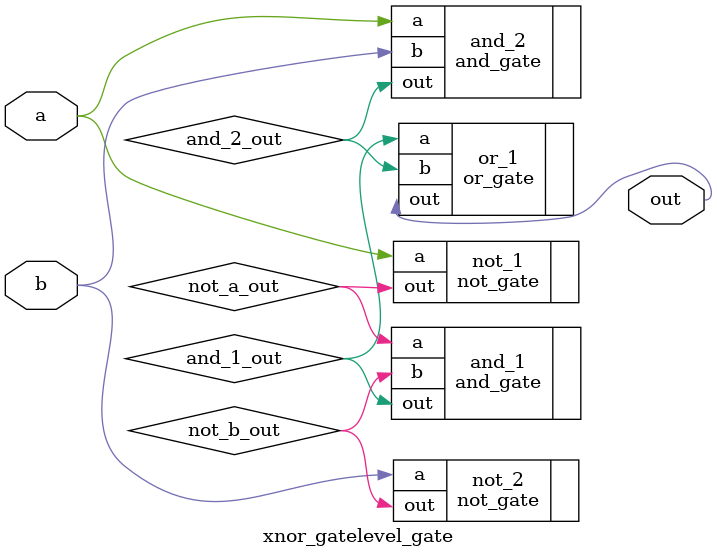
<source format=v>
module xnor_gatelevel_gate (a, b, out); 
	
	input a, b;

	output out;

	wire not_a_out, not_b_out;
	wire and_1_out, and_2_out;

	not_gate not_1 (.a(a), .out(not_a_out));
	not_gate not_2 (.a(b), .out(not_b_out));
	and_gate and_1 (.a(not_a_out), .b(not_b_out), .out(and_1_out));
	and_gate and_2 (.a(a), .b(b), .out(and_2_out));
	or_gate or_1 (.a(and_1_out), .b(and_2_out), .out(out));

endmodule
</source>
